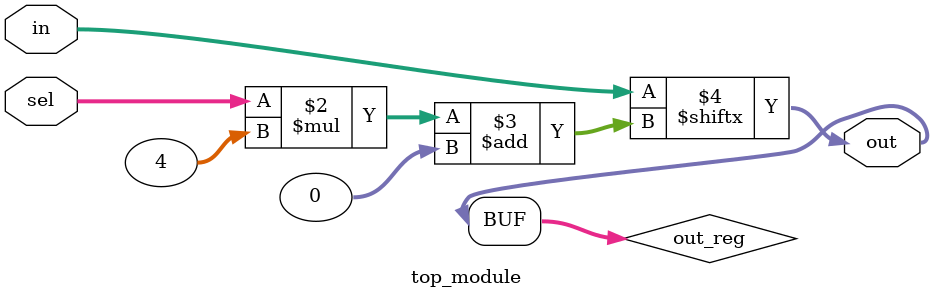
<source format=sv>
module top_module (
  input [1023:0] in,
  input [7:0] sel,
  output [3:0] out
);
  reg [3:0] out_reg;
  
  always @(*) begin
    out_reg = in[sel * 4 +: 4];
  end
  
  assign out = out_reg;
  
endmodule

</source>
